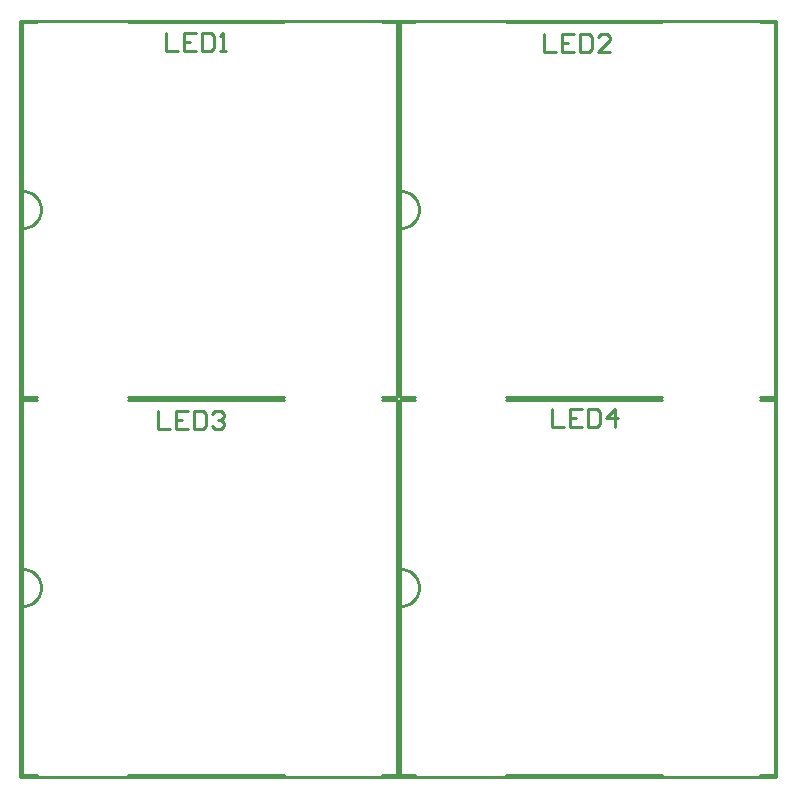
<source format=gto>
G04 Layer_Color=65535*
%FSLAX25Y25*%
%MOIN*%
G70*
G01*
G75*
%ADD13C,0.01000*%
D13*
X126516Y56735D02*
X127496Y56812D01*
X128452Y57042D01*
X129360Y57418D01*
X130198Y57932D01*
X130946Y58570D01*
X131584Y59317D01*
X132098Y60156D01*
X132474Y61064D01*
X132704Y62020D01*
X132781Y63000D01*
X132704Y63980D01*
X132474Y64936D01*
X132098Y65844D01*
X131584Y66682D01*
X130946Y67430D01*
X130198Y68068D01*
X129360Y68582D01*
X128452Y68958D01*
X127496Y69188D01*
X126516Y69265D01*
Y182735D02*
X127496Y182812D01*
X128452Y183042D01*
X129360Y183418D01*
X130198Y183932D01*
X130946Y184570D01*
X131584Y185318D01*
X132098Y186156D01*
X132474Y187064D01*
X132704Y188020D01*
X132781Y189000D01*
X132704Y189980D01*
X132474Y190936D01*
X132098Y191844D01*
X131584Y192683D01*
X130946Y193430D01*
X130198Y194069D01*
X129360Y194582D01*
X128452Y194958D01*
X127496Y195188D01*
X126516Y195265D01*
X516Y182735D02*
X1496Y182812D01*
X2452Y183042D01*
X3360Y183418D01*
X4198Y183932D01*
X4946Y184570D01*
X5584Y185318D01*
X6098Y186156D01*
X6474Y187064D01*
X6704Y188020D01*
X6781Y189000D01*
X6704Y189980D01*
X6474Y190936D01*
X6098Y191844D01*
X5584Y192683D01*
X4946Y193430D01*
X4198Y194069D01*
X3360Y194582D01*
X2452Y194958D01*
X1496Y195188D01*
X516Y195265D01*
Y56735D02*
X1496Y56812D01*
X2452Y57042D01*
X3360Y57418D01*
X4198Y57932D01*
X4946Y58570D01*
X5584Y59317D01*
X6098Y60156D01*
X6474Y61064D01*
X6704Y62020D01*
X6781Y63000D01*
X6704Y63980D01*
X6474Y64936D01*
X6098Y65844D01*
X5584Y66682D01*
X4946Y67430D01*
X4198Y68068D01*
X3360Y68582D01*
X2452Y68958D01*
X1496Y69188D01*
X516Y69265D01*
X162000Y125500D02*
X214000D01*
X162000Y500D02*
X214000D01*
X246500D02*
X251484D01*
X126516D02*
X131500D01*
X246500Y125484D02*
X251484D01*
X126516Y125500D02*
X131500D01*
X251484Y500D02*
Y125484D01*
X126516Y500D02*
Y125500D01*
X162000Y251500D02*
X214000D01*
X162000Y126500D02*
X214000D01*
X246500D02*
X251484D01*
X126516D02*
X131500D01*
X246500Y251484D02*
X251484D01*
X126516Y251500D02*
X131500D01*
X251484Y126500D02*
Y251484D01*
X126516Y126500D02*
Y251500D01*
X36000D02*
X88000D01*
X36000Y126500D02*
X88000D01*
X120500D02*
X125484D01*
X516D02*
X5500D01*
X120500Y251484D02*
X125484D01*
X516Y251500D02*
X5500D01*
X125484Y126500D02*
Y251484D01*
X516Y126500D02*
Y251500D01*
X36000Y125500D02*
X88000D01*
X36000Y500D02*
X88000D01*
X120500D02*
X125484D01*
X516D02*
X5500D01*
X120500Y125484D02*
X125484D01*
X516Y125500D02*
X5500D01*
X125484Y500D02*
Y125484D01*
X516Y500D02*
Y125500D01*
X177300Y122498D02*
Y116500D01*
X181299D01*
X187297Y122498D02*
X183298D01*
Y116500D01*
X187297D01*
X183298Y119499D02*
X185297D01*
X189296Y122498D02*
Y116500D01*
X192295D01*
X193295Y117500D01*
Y121498D01*
X192295Y122498D01*
X189296D01*
X198293Y116500D02*
Y122498D01*
X195294Y119499D01*
X199293D01*
X45700Y121898D02*
Y115900D01*
X49699D01*
X55697Y121898D02*
X51698D01*
Y115900D01*
X55697D01*
X51698Y118899D02*
X53697D01*
X57696Y121898D02*
Y115900D01*
X60695D01*
X61695Y116900D01*
Y120898D01*
X60695Y121898D01*
X57696D01*
X63694Y120898D02*
X64694Y121898D01*
X66693D01*
X67693Y120898D01*
Y119899D01*
X66693Y118899D01*
X65693D01*
X66693D01*
X67693Y117899D01*
Y116900D01*
X66693Y115900D01*
X64694D01*
X63694Y116900D01*
X174400Y247398D02*
Y241400D01*
X178399D01*
X184397Y247398D02*
X180398D01*
Y241400D01*
X184397D01*
X180398Y244399D02*
X182397D01*
X186396Y247398D02*
Y241400D01*
X189395D01*
X190395Y242400D01*
Y246398D01*
X189395Y247398D01*
X186396D01*
X196393Y241400D02*
X192394D01*
X196393Y245399D01*
Y246398D01*
X195393Y247398D01*
X193394D01*
X192394Y246398D01*
X48400Y247898D02*
Y241900D01*
X52399D01*
X58397Y247898D02*
X54398D01*
Y241900D01*
X58397D01*
X54398Y244899D02*
X56397D01*
X60396Y247898D02*
Y241900D01*
X63395D01*
X64395Y242900D01*
Y246898D01*
X63395Y247898D01*
X60396D01*
X66394Y241900D02*
X68393D01*
X67394D01*
Y247898D01*
X66394Y246898D01*
X0Y252000D02*
X252000D01*
Y0D02*
Y252000D01*
X0Y0D02*
X252000D01*
X0D02*
Y252000D01*
M02*

</source>
